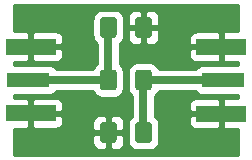
<source format=gtl>
%TF.GenerationSoftware,KiCad,Pcbnew,(5.1.10)-1*%
%TF.CreationDate,2021-10-13T20:52:35-04:00*%
%TF.ProjectId,ATTEN1,41545445-4e31-42e6-9b69-6361645f7063,rev?*%
%TF.SameCoordinates,Original*%
%TF.FileFunction,Copper,L1,Top*%
%TF.FilePolarity,Positive*%
%FSLAX46Y46*%
G04 Gerber Fmt 4.6, Leading zero omitted, Abs format (unit mm)*
G04 Created by KiCad (PCBNEW (5.1.10)-1) date 2021-10-13 20:52:35*
%MOMM*%
%LPD*%
G01*
G04 APERTURE LIST*
%TA.AperFunction,SMDPad,CuDef*%
%ADD10R,3.600000X1.270000*%
%TD*%
%TA.AperFunction,SMDPad,CuDef*%
%ADD11R,4.200000X1.350000*%
%TD*%
%TA.AperFunction,ViaPad*%
%ADD12C,0.800000*%
%TD*%
%TA.AperFunction,Conductor*%
%ADD13C,0.635000*%
%TD*%
%TA.AperFunction,Conductor*%
%ADD14C,0.254000*%
%TD*%
%TA.AperFunction,Conductor*%
%ADD15C,0.100000*%
%TD*%
G04 APERTURE END LIST*
%TO.P,R1,1*%
%TO.N,Net-(P1-Pad1)*%
%TA.AperFunction,SMDPad,CuDef*%
G36*
G01*
X35900000Y-26025000D02*
X35900000Y-24775000D01*
G75*
G02*
X36150000Y-24525000I250000J0D01*
G01*
X37075000Y-24525000D01*
G75*
G02*
X37325000Y-24775000I0J-250000D01*
G01*
X37325000Y-26025000D01*
G75*
G02*
X37075000Y-26275000I-250000J0D01*
G01*
X36150000Y-26275000D01*
G75*
G02*
X35900000Y-26025000I0J250000D01*
G01*
G37*
%TD.AperFunction*%
%TO.P,R1,2*%
%TO.N,/G03*%
%TA.AperFunction,SMDPad,CuDef*%
G36*
G01*
X38875000Y-26025000D02*
X38875000Y-24775000D01*
G75*
G02*
X39125000Y-24525000I250000J0D01*
G01*
X40050000Y-24525000D01*
G75*
G02*
X40300000Y-24775000I0J-250000D01*
G01*
X40300000Y-26025000D01*
G75*
G02*
X40050000Y-26275000I-250000J0D01*
G01*
X39125000Y-26275000D01*
G75*
G02*
X38875000Y-26025000I0J250000D01*
G01*
G37*
%TD.AperFunction*%
%TD*%
%TO.P,R2,2*%
%TO.N,Net-(P1-Pad1)*%
%TA.AperFunction,SMDPad,CuDef*%
G36*
G01*
X37325000Y-29220000D02*
X37325000Y-30470000D01*
G75*
G02*
X37075000Y-30720000I-250000J0D01*
G01*
X36150000Y-30720000D01*
G75*
G02*
X35900000Y-30470000I0J250000D01*
G01*
X35900000Y-29220000D01*
G75*
G02*
X36150000Y-28970000I250000J0D01*
G01*
X37075000Y-28970000D01*
G75*
G02*
X37325000Y-29220000I0J-250000D01*
G01*
G37*
%TD.AperFunction*%
%TO.P,R2,1*%
%TO.N,Net-(P6-Pad1)*%
%TA.AperFunction,SMDPad,CuDef*%
G36*
G01*
X40300000Y-29220000D02*
X40300000Y-30470000D01*
G75*
G02*
X40050000Y-30720000I-250000J0D01*
G01*
X39125000Y-30720000D01*
G75*
G02*
X38875000Y-30470000I0J250000D01*
G01*
X38875000Y-29220000D01*
G75*
G02*
X39125000Y-28970000I250000J0D01*
G01*
X40050000Y-28970000D01*
G75*
G02*
X40300000Y-29220000I0J-250000D01*
G01*
G37*
%TD.AperFunction*%
%TD*%
%TO.P,R3,1*%
%TO.N,Net-(P6-Pad1)*%
%TA.AperFunction,SMDPad,CuDef*%
G36*
G01*
X40300000Y-33665000D02*
X40300000Y-34915000D01*
G75*
G02*
X40050000Y-35165000I-250000J0D01*
G01*
X39125000Y-35165000D01*
G75*
G02*
X38875000Y-34915000I0J250000D01*
G01*
X38875000Y-33665000D01*
G75*
G02*
X39125000Y-33415000I250000J0D01*
G01*
X40050000Y-33415000D01*
G75*
G02*
X40300000Y-33665000I0J-250000D01*
G01*
G37*
%TD.AperFunction*%
%TO.P,R3,2*%
%TO.N,/G03*%
%TA.AperFunction,SMDPad,CuDef*%
G36*
G01*
X37325000Y-33665000D02*
X37325000Y-34915000D01*
G75*
G02*
X37075000Y-35165000I-250000J0D01*
G01*
X36150000Y-35165000D01*
G75*
G02*
X35900000Y-34915000I0J250000D01*
G01*
X35900000Y-33665000D01*
G75*
G02*
X36150000Y-33415000I250000J0D01*
G01*
X37075000Y-33415000D01*
G75*
G02*
X37325000Y-33665000I0J-250000D01*
G01*
G37*
%TD.AperFunction*%
%TD*%
D10*
%TO.P,P1,1*%
%TO.N,Net-(P1-Pad1)*%
X29848200Y-29845000D03*
D11*
%TO.P,P1,2*%
%TO.N,/G03*%
X30048200Y-32670000D03*
X30048200Y-27020000D03*
%TD*%
%TO.P,P6,2*%
%TO.N,/G03*%
X46151800Y-32695400D03*
X46151800Y-27045400D03*
D10*
%TO.P,P6,1*%
%TO.N,Net-(P6-Pad1)*%
X46351800Y-29870400D03*
%TD*%
D12*
%TO.N,/G03*%
X34290000Y-25400000D03*
X41910000Y-25400000D03*
X41910000Y-34290000D03*
X34290000Y-34290000D03*
X34239200Y-27736800D03*
X34340800Y-32004000D03*
X41884600Y-32004000D03*
X41910000Y-27686000D03*
X30607000Y-24587200D03*
X45669200Y-24638000D03*
X45669200Y-35179000D03*
X30556200Y-35179000D03*
X37134800Y-32156400D03*
X39217600Y-27559000D03*
%TD*%
D13*
%TO.N,Net-(P1-Pad1)*%
X30480000Y-29845000D02*
X36612500Y-29845000D01*
X36612500Y-25400000D02*
X36612500Y-29845000D01*
%TO.N,Net-(P6-Pad1)*%
X45720000Y-29845000D02*
X39587500Y-29845000D01*
X39587500Y-34290000D02*
X39587500Y-29845000D01*
%TD*%
D14*
%TO.N,/G03*%
X47600001Y-25733432D02*
X46437550Y-25735400D01*
X46278800Y-25894150D01*
X46278800Y-26918400D01*
X46298800Y-26918400D01*
X46298800Y-27172400D01*
X46278800Y-27172400D01*
X46278800Y-28196650D01*
X46437550Y-28355400D01*
X47600001Y-28357368D01*
X47600001Y-28597328D01*
X44551800Y-28597328D01*
X44427318Y-28609588D01*
X44307620Y-28645898D01*
X44197306Y-28704863D01*
X44100615Y-28784215D01*
X44021263Y-28880906D01*
X44015066Y-28892500D01*
X40874218Y-28892500D01*
X40870472Y-28880150D01*
X40788405Y-28726614D01*
X40677962Y-28592038D01*
X40543386Y-28481595D01*
X40389850Y-28399528D01*
X40223254Y-28348992D01*
X40050000Y-28331928D01*
X39125000Y-28331928D01*
X38951746Y-28348992D01*
X38785150Y-28399528D01*
X38631614Y-28481595D01*
X38497038Y-28592038D01*
X38386595Y-28726614D01*
X38304528Y-28880150D01*
X38253992Y-29046746D01*
X38236928Y-29220000D01*
X38236928Y-30470000D01*
X38253992Y-30643254D01*
X38304528Y-30809850D01*
X38386595Y-30963386D01*
X38497038Y-31097962D01*
X38631614Y-31208405D01*
X38635001Y-31210215D01*
X38635000Y-32924785D01*
X38631614Y-32926595D01*
X38497038Y-33037038D01*
X38386595Y-33171614D01*
X38304528Y-33325150D01*
X38253992Y-33491746D01*
X38236928Y-33665000D01*
X38236928Y-34915000D01*
X38253992Y-35088254D01*
X38304528Y-35254850D01*
X38386595Y-35408386D01*
X38497038Y-35542962D01*
X38631614Y-35653405D01*
X38785150Y-35735472D01*
X38951746Y-35786008D01*
X39125000Y-35803072D01*
X40050000Y-35803072D01*
X40223254Y-35786008D01*
X40389850Y-35735472D01*
X40543386Y-35653405D01*
X40677962Y-35542962D01*
X40788405Y-35408386D01*
X40870472Y-35254850D01*
X40921008Y-35088254D01*
X40938072Y-34915000D01*
X40938072Y-33665000D01*
X40921008Y-33491746D01*
X40884199Y-33370400D01*
X43413728Y-33370400D01*
X43425988Y-33494882D01*
X43462298Y-33614580D01*
X43521263Y-33724894D01*
X43600615Y-33821585D01*
X43697306Y-33900937D01*
X43807620Y-33959902D01*
X43927318Y-33996212D01*
X44051800Y-34008472D01*
X45866050Y-34005400D01*
X46024800Y-33846650D01*
X46024800Y-32822400D01*
X43575550Y-32822400D01*
X43416800Y-32981150D01*
X43413728Y-33370400D01*
X40884199Y-33370400D01*
X40870472Y-33325150D01*
X40788405Y-33171614D01*
X40677962Y-33037038D01*
X40543386Y-32926595D01*
X40540000Y-32924785D01*
X40540000Y-32020400D01*
X43413728Y-32020400D01*
X43416800Y-32409650D01*
X43575550Y-32568400D01*
X46024800Y-32568400D01*
X46024800Y-31544150D01*
X45866050Y-31385400D01*
X44051800Y-31382328D01*
X43927318Y-31394588D01*
X43807620Y-31430898D01*
X43697306Y-31489863D01*
X43600615Y-31569215D01*
X43521263Y-31665906D01*
X43462298Y-31776220D01*
X43425988Y-31895918D01*
X43413728Y-32020400D01*
X40540000Y-32020400D01*
X40540000Y-31210215D01*
X40543386Y-31208405D01*
X40677962Y-31097962D01*
X40788405Y-30963386D01*
X40870472Y-30809850D01*
X40874218Y-30797500D01*
X43987912Y-30797500D01*
X44021263Y-30859894D01*
X44100615Y-30956585D01*
X44197306Y-31035937D01*
X44307620Y-31094902D01*
X44427318Y-31131212D01*
X44551800Y-31143472D01*
X47600000Y-31143472D01*
X47600000Y-31383432D01*
X46437550Y-31385400D01*
X46278800Y-31544150D01*
X46278800Y-32568400D01*
X46298800Y-32568400D01*
X46298800Y-32822400D01*
X46278800Y-32822400D01*
X46278800Y-33846650D01*
X46437550Y-34005400D01*
X47600000Y-34007368D01*
X47600000Y-36170000D01*
X28600000Y-36170000D01*
X28600000Y-35165000D01*
X35261928Y-35165000D01*
X35274188Y-35289482D01*
X35310498Y-35409180D01*
X35369463Y-35519494D01*
X35448815Y-35616185D01*
X35545506Y-35695537D01*
X35655820Y-35754502D01*
X35775518Y-35790812D01*
X35900000Y-35803072D01*
X36326750Y-35800000D01*
X36485500Y-35641250D01*
X36485500Y-34417000D01*
X36739500Y-34417000D01*
X36739500Y-35641250D01*
X36898250Y-35800000D01*
X37325000Y-35803072D01*
X37449482Y-35790812D01*
X37569180Y-35754502D01*
X37679494Y-35695537D01*
X37776185Y-35616185D01*
X37855537Y-35519494D01*
X37914502Y-35409180D01*
X37950812Y-35289482D01*
X37963072Y-35165000D01*
X37960000Y-34575750D01*
X37801250Y-34417000D01*
X36739500Y-34417000D01*
X36485500Y-34417000D01*
X35423750Y-34417000D01*
X35265000Y-34575750D01*
X35261928Y-35165000D01*
X28600000Y-35165000D01*
X28600000Y-33981968D01*
X29762450Y-33980000D01*
X29921200Y-33821250D01*
X29921200Y-32797000D01*
X30175200Y-32797000D01*
X30175200Y-33821250D01*
X30333950Y-33980000D01*
X32148200Y-33983072D01*
X32272682Y-33970812D01*
X32392380Y-33934502D01*
X32502694Y-33875537D01*
X32599385Y-33796185D01*
X32678737Y-33699494D01*
X32737702Y-33589180D01*
X32774012Y-33469482D01*
X32779377Y-33415000D01*
X35261928Y-33415000D01*
X35265000Y-34004250D01*
X35423750Y-34163000D01*
X36485500Y-34163000D01*
X36485500Y-32938750D01*
X36739500Y-32938750D01*
X36739500Y-34163000D01*
X37801250Y-34163000D01*
X37960000Y-34004250D01*
X37963072Y-33415000D01*
X37950812Y-33290518D01*
X37914502Y-33170820D01*
X37855537Y-33060506D01*
X37776185Y-32963815D01*
X37679494Y-32884463D01*
X37569180Y-32825498D01*
X37449482Y-32789188D01*
X37325000Y-32776928D01*
X36898250Y-32780000D01*
X36739500Y-32938750D01*
X36485500Y-32938750D01*
X36326750Y-32780000D01*
X35900000Y-32776928D01*
X35775518Y-32789188D01*
X35655820Y-32825498D01*
X35545506Y-32884463D01*
X35448815Y-32963815D01*
X35369463Y-33060506D01*
X35310498Y-33170820D01*
X35274188Y-33290518D01*
X35261928Y-33415000D01*
X32779377Y-33415000D01*
X32786272Y-33345000D01*
X32783200Y-32955750D01*
X32624450Y-32797000D01*
X30175200Y-32797000D01*
X29921200Y-32797000D01*
X29901200Y-32797000D01*
X29901200Y-32543000D01*
X29921200Y-32543000D01*
X29921200Y-31518750D01*
X30175200Y-31518750D01*
X30175200Y-32543000D01*
X32624450Y-32543000D01*
X32783200Y-32384250D01*
X32786272Y-31995000D01*
X32774012Y-31870518D01*
X32737702Y-31750820D01*
X32678737Y-31640506D01*
X32599385Y-31543815D01*
X32502694Y-31464463D01*
X32392380Y-31405498D01*
X32272682Y-31369188D01*
X32148200Y-31356928D01*
X30333950Y-31360000D01*
X30175200Y-31518750D01*
X29921200Y-31518750D01*
X29762450Y-31360000D01*
X28600000Y-31358032D01*
X28600000Y-31118072D01*
X31648200Y-31118072D01*
X31772682Y-31105812D01*
X31892380Y-31069502D01*
X32002694Y-31010537D01*
X32099385Y-30931185D01*
X32178737Y-30834494D01*
X32198511Y-30797500D01*
X35325782Y-30797500D01*
X35329528Y-30809850D01*
X35411595Y-30963386D01*
X35522038Y-31097962D01*
X35656614Y-31208405D01*
X35810150Y-31290472D01*
X35976746Y-31341008D01*
X36150000Y-31358072D01*
X37075000Y-31358072D01*
X37248254Y-31341008D01*
X37414850Y-31290472D01*
X37568386Y-31208405D01*
X37702962Y-31097962D01*
X37813405Y-30963386D01*
X37895472Y-30809850D01*
X37946008Y-30643254D01*
X37963072Y-30470000D01*
X37963072Y-29220000D01*
X37946008Y-29046746D01*
X37895472Y-28880150D01*
X37813405Y-28726614D01*
X37702962Y-28592038D01*
X37568386Y-28481595D01*
X37565000Y-28479785D01*
X37565000Y-27720400D01*
X43413728Y-27720400D01*
X43425988Y-27844882D01*
X43462298Y-27964580D01*
X43521263Y-28074894D01*
X43600615Y-28171585D01*
X43697306Y-28250937D01*
X43807620Y-28309902D01*
X43927318Y-28346212D01*
X44051800Y-28358472D01*
X45866050Y-28355400D01*
X46024800Y-28196650D01*
X46024800Y-27172400D01*
X43575550Y-27172400D01*
X43416800Y-27331150D01*
X43413728Y-27720400D01*
X37565000Y-27720400D01*
X37565000Y-26765215D01*
X37568386Y-26763405D01*
X37702962Y-26652962D01*
X37813405Y-26518386D01*
X37895472Y-26364850D01*
X37922727Y-26275000D01*
X38236928Y-26275000D01*
X38249188Y-26399482D01*
X38285498Y-26519180D01*
X38344463Y-26629494D01*
X38423815Y-26726185D01*
X38520506Y-26805537D01*
X38630820Y-26864502D01*
X38750518Y-26900812D01*
X38875000Y-26913072D01*
X39301750Y-26910000D01*
X39460500Y-26751250D01*
X39460500Y-25527000D01*
X39714500Y-25527000D01*
X39714500Y-26751250D01*
X39873250Y-26910000D01*
X40300000Y-26913072D01*
X40424482Y-26900812D01*
X40544180Y-26864502D01*
X40654494Y-26805537D01*
X40751185Y-26726185D01*
X40830537Y-26629494D01*
X40889502Y-26519180D01*
X40925812Y-26399482D01*
X40928676Y-26370400D01*
X43413728Y-26370400D01*
X43416800Y-26759650D01*
X43575550Y-26918400D01*
X46024800Y-26918400D01*
X46024800Y-25894150D01*
X45866050Y-25735400D01*
X44051800Y-25732328D01*
X43927318Y-25744588D01*
X43807620Y-25780898D01*
X43697306Y-25839863D01*
X43600615Y-25919215D01*
X43521263Y-26015906D01*
X43462298Y-26126220D01*
X43425988Y-26245918D01*
X43413728Y-26370400D01*
X40928676Y-26370400D01*
X40938072Y-26275000D01*
X40935000Y-25685750D01*
X40776250Y-25527000D01*
X39714500Y-25527000D01*
X39460500Y-25527000D01*
X38398750Y-25527000D01*
X38240000Y-25685750D01*
X38236928Y-26275000D01*
X37922727Y-26275000D01*
X37946008Y-26198254D01*
X37963072Y-26025000D01*
X37963072Y-24775000D01*
X37946008Y-24601746D01*
X37922728Y-24525000D01*
X38236928Y-24525000D01*
X38240000Y-25114250D01*
X38398750Y-25273000D01*
X39460500Y-25273000D01*
X39460500Y-24048750D01*
X39714500Y-24048750D01*
X39714500Y-25273000D01*
X40776250Y-25273000D01*
X40935000Y-25114250D01*
X40938072Y-24525000D01*
X40925812Y-24400518D01*
X40889502Y-24280820D01*
X40830537Y-24170506D01*
X40751185Y-24073815D01*
X40654494Y-23994463D01*
X40544180Y-23935498D01*
X40424482Y-23899188D01*
X40300000Y-23886928D01*
X39873250Y-23890000D01*
X39714500Y-24048750D01*
X39460500Y-24048750D01*
X39301750Y-23890000D01*
X38875000Y-23886928D01*
X38750518Y-23899188D01*
X38630820Y-23935498D01*
X38520506Y-23994463D01*
X38423815Y-24073815D01*
X38344463Y-24170506D01*
X38285498Y-24280820D01*
X38249188Y-24400518D01*
X38236928Y-24525000D01*
X37922728Y-24525000D01*
X37895472Y-24435150D01*
X37813405Y-24281614D01*
X37702962Y-24147038D01*
X37568386Y-24036595D01*
X37414850Y-23954528D01*
X37248254Y-23903992D01*
X37075000Y-23886928D01*
X36150000Y-23886928D01*
X35976746Y-23903992D01*
X35810150Y-23954528D01*
X35656614Y-24036595D01*
X35522038Y-24147038D01*
X35411595Y-24281614D01*
X35329528Y-24435150D01*
X35278992Y-24601746D01*
X35261928Y-24775000D01*
X35261928Y-26025000D01*
X35278992Y-26198254D01*
X35329528Y-26364850D01*
X35411595Y-26518386D01*
X35522038Y-26652962D01*
X35656614Y-26763405D01*
X35660000Y-26765215D01*
X35660001Y-28479785D01*
X35656614Y-28481595D01*
X35522038Y-28592038D01*
X35411595Y-28726614D01*
X35329528Y-28880150D01*
X35325782Y-28892500D01*
X32198511Y-28892500D01*
X32178737Y-28855506D01*
X32099385Y-28758815D01*
X32002694Y-28679463D01*
X31892380Y-28620498D01*
X31772682Y-28584188D01*
X31648200Y-28571928D01*
X28600000Y-28571928D01*
X28600000Y-28331968D01*
X29762450Y-28330000D01*
X29921200Y-28171250D01*
X29921200Y-27147000D01*
X30175200Y-27147000D01*
X30175200Y-28171250D01*
X30333950Y-28330000D01*
X32148200Y-28333072D01*
X32272682Y-28320812D01*
X32392380Y-28284502D01*
X32502694Y-28225537D01*
X32599385Y-28146185D01*
X32678737Y-28049494D01*
X32737702Y-27939180D01*
X32774012Y-27819482D01*
X32786272Y-27695000D01*
X32783200Y-27305750D01*
X32624450Y-27147000D01*
X30175200Y-27147000D01*
X29921200Y-27147000D01*
X29901200Y-27147000D01*
X29901200Y-26893000D01*
X29921200Y-26893000D01*
X29921200Y-25868750D01*
X30175200Y-25868750D01*
X30175200Y-26893000D01*
X32624450Y-26893000D01*
X32783200Y-26734250D01*
X32786272Y-26345000D01*
X32774012Y-26220518D01*
X32737702Y-26100820D01*
X32678737Y-25990506D01*
X32599385Y-25893815D01*
X32502694Y-25814463D01*
X32392380Y-25755498D01*
X32272682Y-25719188D01*
X32148200Y-25706928D01*
X30333950Y-25710000D01*
X30175200Y-25868750D01*
X29921200Y-25868750D01*
X29762450Y-25710000D01*
X28600000Y-25708032D01*
X28600000Y-23520000D01*
X47600001Y-23520000D01*
X47600001Y-25733432D01*
%TA.AperFunction,Conductor*%
D15*
G36*
X47600001Y-25733432D02*
G01*
X46437550Y-25735400D01*
X46278800Y-25894150D01*
X46278800Y-26918400D01*
X46298800Y-26918400D01*
X46298800Y-27172400D01*
X46278800Y-27172400D01*
X46278800Y-28196650D01*
X46437550Y-28355400D01*
X47600001Y-28357368D01*
X47600001Y-28597328D01*
X44551800Y-28597328D01*
X44427318Y-28609588D01*
X44307620Y-28645898D01*
X44197306Y-28704863D01*
X44100615Y-28784215D01*
X44021263Y-28880906D01*
X44015066Y-28892500D01*
X40874218Y-28892500D01*
X40870472Y-28880150D01*
X40788405Y-28726614D01*
X40677962Y-28592038D01*
X40543386Y-28481595D01*
X40389850Y-28399528D01*
X40223254Y-28348992D01*
X40050000Y-28331928D01*
X39125000Y-28331928D01*
X38951746Y-28348992D01*
X38785150Y-28399528D01*
X38631614Y-28481595D01*
X38497038Y-28592038D01*
X38386595Y-28726614D01*
X38304528Y-28880150D01*
X38253992Y-29046746D01*
X38236928Y-29220000D01*
X38236928Y-30470000D01*
X38253992Y-30643254D01*
X38304528Y-30809850D01*
X38386595Y-30963386D01*
X38497038Y-31097962D01*
X38631614Y-31208405D01*
X38635001Y-31210215D01*
X38635000Y-32924785D01*
X38631614Y-32926595D01*
X38497038Y-33037038D01*
X38386595Y-33171614D01*
X38304528Y-33325150D01*
X38253992Y-33491746D01*
X38236928Y-33665000D01*
X38236928Y-34915000D01*
X38253992Y-35088254D01*
X38304528Y-35254850D01*
X38386595Y-35408386D01*
X38497038Y-35542962D01*
X38631614Y-35653405D01*
X38785150Y-35735472D01*
X38951746Y-35786008D01*
X39125000Y-35803072D01*
X40050000Y-35803072D01*
X40223254Y-35786008D01*
X40389850Y-35735472D01*
X40543386Y-35653405D01*
X40677962Y-35542962D01*
X40788405Y-35408386D01*
X40870472Y-35254850D01*
X40921008Y-35088254D01*
X40938072Y-34915000D01*
X40938072Y-33665000D01*
X40921008Y-33491746D01*
X40884199Y-33370400D01*
X43413728Y-33370400D01*
X43425988Y-33494882D01*
X43462298Y-33614580D01*
X43521263Y-33724894D01*
X43600615Y-33821585D01*
X43697306Y-33900937D01*
X43807620Y-33959902D01*
X43927318Y-33996212D01*
X44051800Y-34008472D01*
X45866050Y-34005400D01*
X46024800Y-33846650D01*
X46024800Y-32822400D01*
X43575550Y-32822400D01*
X43416800Y-32981150D01*
X43413728Y-33370400D01*
X40884199Y-33370400D01*
X40870472Y-33325150D01*
X40788405Y-33171614D01*
X40677962Y-33037038D01*
X40543386Y-32926595D01*
X40540000Y-32924785D01*
X40540000Y-32020400D01*
X43413728Y-32020400D01*
X43416800Y-32409650D01*
X43575550Y-32568400D01*
X46024800Y-32568400D01*
X46024800Y-31544150D01*
X45866050Y-31385400D01*
X44051800Y-31382328D01*
X43927318Y-31394588D01*
X43807620Y-31430898D01*
X43697306Y-31489863D01*
X43600615Y-31569215D01*
X43521263Y-31665906D01*
X43462298Y-31776220D01*
X43425988Y-31895918D01*
X43413728Y-32020400D01*
X40540000Y-32020400D01*
X40540000Y-31210215D01*
X40543386Y-31208405D01*
X40677962Y-31097962D01*
X40788405Y-30963386D01*
X40870472Y-30809850D01*
X40874218Y-30797500D01*
X43987912Y-30797500D01*
X44021263Y-30859894D01*
X44100615Y-30956585D01*
X44197306Y-31035937D01*
X44307620Y-31094902D01*
X44427318Y-31131212D01*
X44551800Y-31143472D01*
X47600000Y-31143472D01*
X47600000Y-31383432D01*
X46437550Y-31385400D01*
X46278800Y-31544150D01*
X46278800Y-32568400D01*
X46298800Y-32568400D01*
X46298800Y-32822400D01*
X46278800Y-32822400D01*
X46278800Y-33846650D01*
X46437550Y-34005400D01*
X47600000Y-34007368D01*
X47600000Y-36170000D01*
X28600000Y-36170000D01*
X28600000Y-35165000D01*
X35261928Y-35165000D01*
X35274188Y-35289482D01*
X35310498Y-35409180D01*
X35369463Y-35519494D01*
X35448815Y-35616185D01*
X35545506Y-35695537D01*
X35655820Y-35754502D01*
X35775518Y-35790812D01*
X35900000Y-35803072D01*
X36326750Y-35800000D01*
X36485500Y-35641250D01*
X36485500Y-34417000D01*
X36739500Y-34417000D01*
X36739500Y-35641250D01*
X36898250Y-35800000D01*
X37325000Y-35803072D01*
X37449482Y-35790812D01*
X37569180Y-35754502D01*
X37679494Y-35695537D01*
X37776185Y-35616185D01*
X37855537Y-35519494D01*
X37914502Y-35409180D01*
X37950812Y-35289482D01*
X37963072Y-35165000D01*
X37960000Y-34575750D01*
X37801250Y-34417000D01*
X36739500Y-34417000D01*
X36485500Y-34417000D01*
X35423750Y-34417000D01*
X35265000Y-34575750D01*
X35261928Y-35165000D01*
X28600000Y-35165000D01*
X28600000Y-33981968D01*
X29762450Y-33980000D01*
X29921200Y-33821250D01*
X29921200Y-32797000D01*
X30175200Y-32797000D01*
X30175200Y-33821250D01*
X30333950Y-33980000D01*
X32148200Y-33983072D01*
X32272682Y-33970812D01*
X32392380Y-33934502D01*
X32502694Y-33875537D01*
X32599385Y-33796185D01*
X32678737Y-33699494D01*
X32737702Y-33589180D01*
X32774012Y-33469482D01*
X32779377Y-33415000D01*
X35261928Y-33415000D01*
X35265000Y-34004250D01*
X35423750Y-34163000D01*
X36485500Y-34163000D01*
X36485500Y-32938750D01*
X36739500Y-32938750D01*
X36739500Y-34163000D01*
X37801250Y-34163000D01*
X37960000Y-34004250D01*
X37963072Y-33415000D01*
X37950812Y-33290518D01*
X37914502Y-33170820D01*
X37855537Y-33060506D01*
X37776185Y-32963815D01*
X37679494Y-32884463D01*
X37569180Y-32825498D01*
X37449482Y-32789188D01*
X37325000Y-32776928D01*
X36898250Y-32780000D01*
X36739500Y-32938750D01*
X36485500Y-32938750D01*
X36326750Y-32780000D01*
X35900000Y-32776928D01*
X35775518Y-32789188D01*
X35655820Y-32825498D01*
X35545506Y-32884463D01*
X35448815Y-32963815D01*
X35369463Y-33060506D01*
X35310498Y-33170820D01*
X35274188Y-33290518D01*
X35261928Y-33415000D01*
X32779377Y-33415000D01*
X32786272Y-33345000D01*
X32783200Y-32955750D01*
X32624450Y-32797000D01*
X30175200Y-32797000D01*
X29921200Y-32797000D01*
X29901200Y-32797000D01*
X29901200Y-32543000D01*
X29921200Y-32543000D01*
X29921200Y-31518750D01*
X30175200Y-31518750D01*
X30175200Y-32543000D01*
X32624450Y-32543000D01*
X32783200Y-32384250D01*
X32786272Y-31995000D01*
X32774012Y-31870518D01*
X32737702Y-31750820D01*
X32678737Y-31640506D01*
X32599385Y-31543815D01*
X32502694Y-31464463D01*
X32392380Y-31405498D01*
X32272682Y-31369188D01*
X32148200Y-31356928D01*
X30333950Y-31360000D01*
X30175200Y-31518750D01*
X29921200Y-31518750D01*
X29762450Y-31360000D01*
X28600000Y-31358032D01*
X28600000Y-31118072D01*
X31648200Y-31118072D01*
X31772682Y-31105812D01*
X31892380Y-31069502D01*
X32002694Y-31010537D01*
X32099385Y-30931185D01*
X32178737Y-30834494D01*
X32198511Y-30797500D01*
X35325782Y-30797500D01*
X35329528Y-30809850D01*
X35411595Y-30963386D01*
X35522038Y-31097962D01*
X35656614Y-31208405D01*
X35810150Y-31290472D01*
X35976746Y-31341008D01*
X36150000Y-31358072D01*
X37075000Y-31358072D01*
X37248254Y-31341008D01*
X37414850Y-31290472D01*
X37568386Y-31208405D01*
X37702962Y-31097962D01*
X37813405Y-30963386D01*
X37895472Y-30809850D01*
X37946008Y-30643254D01*
X37963072Y-30470000D01*
X37963072Y-29220000D01*
X37946008Y-29046746D01*
X37895472Y-28880150D01*
X37813405Y-28726614D01*
X37702962Y-28592038D01*
X37568386Y-28481595D01*
X37565000Y-28479785D01*
X37565000Y-27720400D01*
X43413728Y-27720400D01*
X43425988Y-27844882D01*
X43462298Y-27964580D01*
X43521263Y-28074894D01*
X43600615Y-28171585D01*
X43697306Y-28250937D01*
X43807620Y-28309902D01*
X43927318Y-28346212D01*
X44051800Y-28358472D01*
X45866050Y-28355400D01*
X46024800Y-28196650D01*
X46024800Y-27172400D01*
X43575550Y-27172400D01*
X43416800Y-27331150D01*
X43413728Y-27720400D01*
X37565000Y-27720400D01*
X37565000Y-26765215D01*
X37568386Y-26763405D01*
X37702962Y-26652962D01*
X37813405Y-26518386D01*
X37895472Y-26364850D01*
X37922727Y-26275000D01*
X38236928Y-26275000D01*
X38249188Y-26399482D01*
X38285498Y-26519180D01*
X38344463Y-26629494D01*
X38423815Y-26726185D01*
X38520506Y-26805537D01*
X38630820Y-26864502D01*
X38750518Y-26900812D01*
X38875000Y-26913072D01*
X39301750Y-26910000D01*
X39460500Y-26751250D01*
X39460500Y-25527000D01*
X39714500Y-25527000D01*
X39714500Y-26751250D01*
X39873250Y-26910000D01*
X40300000Y-26913072D01*
X40424482Y-26900812D01*
X40544180Y-26864502D01*
X40654494Y-26805537D01*
X40751185Y-26726185D01*
X40830537Y-26629494D01*
X40889502Y-26519180D01*
X40925812Y-26399482D01*
X40928676Y-26370400D01*
X43413728Y-26370400D01*
X43416800Y-26759650D01*
X43575550Y-26918400D01*
X46024800Y-26918400D01*
X46024800Y-25894150D01*
X45866050Y-25735400D01*
X44051800Y-25732328D01*
X43927318Y-25744588D01*
X43807620Y-25780898D01*
X43697306Y-25839863D01*
X43600615Y-25919215D01*
X43521263Y-26015906D01*
X43462298Y-26126220D01*
X43425988Y-26245918D01*
X43413728Y-26370400D01*
X40928676Y-26370400D01*
X40938072Y-26275000D01*
X40935000Y-25685750D01*
X40776250Y-25527000D01*
X39714500Y-25527000D01*
X39460500Y-25527000D01*
X38398750Y-25527000D01*
X38240000Y-25685750D01*
X38236928Y-26275000D01*
X37922727Y-26275000D01*
X37946008Y-26198254D01*
X37963072Y-26025000D01*
X37963072Y-24775000D01*
X37946008Y-24601746D01*
X37922728Y-24525000D01*
X38236928Y-24525000D01*
X38240000Y-25114250D01*
X38398750Y-25273000D01*
X39460500Y-25273000D01*
X39460500Y-24048750D01*
X39714500Y-24048750D01*
X39714500Y-25273000D01*
X40776250Y-25273000D01*
X40935000Y-25114250D01*
X40938072Y-24525000D01*
X40925812Y-24400518D01*
X40889502Y-24280820D01*
X40830537Y-24170506D01*
X40751185Y-24073815D01*
X40654494Y-23994463D01*
X40544180Y-23935498D01*
X40424482Y-23899188D01*
X40300000Y-23886928D01*
X39873250Y-23890000D01*
X39714500Y-24048750D01*
X39460500Y-24048750D01*
X39301750Y-23890000D01*
X38875000Y-23886928D01*
X38750518Y-23899188D01*
X38630820Y-23935498D01*
X38520506Y-23994463D01*
X38423815Y-24073815D01*
X38344463Y-24170506D01*
X38285498Y-24280820D01*
X38249188Y-24400518D01*
X38236928Y-24525000D01*
X37922728Y-24525000D01*
X37895472Y-24435150D01*
X37813405Y-24281614D01*
X37702962Y-24147038D01*
X37568386Y-24036595D01*
X37414850Y-23954528D01*
X37248254Y-23903992D01*
X37075000Y-23886928D01*
X36150000Y-23886928D01*
X35976746Y-23903992D01*
X35810150Y-23954528D01*
X35656614Y-24036595D01*
X35522038Y-24147038D01*
X35411595Y-24281614D01*
X35329528Y-24435150D01*
X35278992Y-24601746D01*
X35261928Y-24775000D01*
X35261928Y-26025000D01*
X35278992Y-26198254D01*
X35329528Y-26364850D01*
X35411595Y-26518386D01*
X35522038Y-26652962D01*
X35656614Y-26763405D01*
X35660000Y-26765215D01*
X35660001Y-28479785D01*
X35656614Y-28481595D01*
X35522038Y-28592038D01*
X35411595Y-28726614D01*
X35329528Y-28880150D01*
X35325782Y-28892500D01*
X32198511Y-28892500D01*
X32178737Y-28855506D01*
X32099385Y-28758815D01*
X32002694Y-28679463D01*
X31892380Y-28620498D01*
X31772682Y-28584188D01*
X31648200Y-28571928D01*
X28600000Y-28571928D01*
X28600000Y-28331968D01*
X29762450Y-28330000D01*
X29921200Y-28171250D01*
X29921200Y-27147000D01*
X30175200Y-27147000D01*
X30175200Y-28171250D01*
X30333950Y-28330000D01*
X32148200Y-28333072D01*
X32272682Y-28320812D01*
X32392380Y-28284502D01*
X32502694Y-28225537D01*
X32599385Y-28146185D01*
X32678737Y-28049494D01*
X32737702Y-27939180D01*
X32774012Y-27819482D01*
X32786272Y-27695000D01*
X32783200Y-27305750D01*
X32624450Y-27147000D01*
X30175200Y-27147000D01*
X29921200Y-27147000D01*
X29901200Y-27147000D01*
X29901200Y-26893000D01*
X29921200Y-26893000D01*
X29921200Y-25868750D01*
X30175200Y-25868750D01*
X30175200Y-26893000D01*
X32624450Y-26893000D01*
X32783200Y-26734250D01*
X32786272Y-26345000D01*
X32774012Y-26220518D01*
X32737702Y-26100820D01*
X32678737Y-25990506D01*
X32599385Y-25893815D01*
X32502694Y-25814463D01*
X32392380Y-25755498D01*
X32272682Y-25719188D01*
X32148200Y-25706928D01*
X30333950Y-25710000D01*
X30175200Y-25868750D01*
X29921200Y-25868750D01*
X29762450Y-25710000D01*
X28600000Y-25708032D01*
X28600000Y-23520000D01*
X47600001Y-23520000D01*
X47600001Y-25733432D01*
G37*
%TD.AperFunction*%
%TD*%
M02*

</source>
